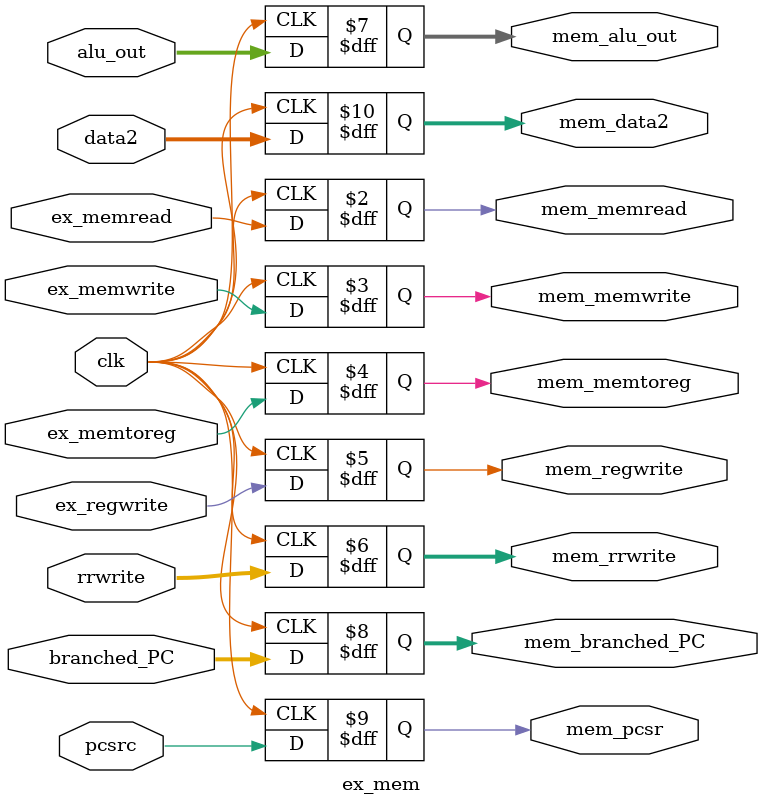
<source format=v>
`timescale 1ns / 1ps


module ex_mem( input clk,input ex_memread, input ex_memwrite, input ex_memtoreg, input ex_regwrite, input [4:0] rrwrite,
input [31:0] alu_out, input [31:0] branched_PC, input pcsrc,
input [31:0] data2,
output reg mem_memread, output reg mem_memwrite, output reg mem_memtoreg, output reg mem_regwrite, output reg [4:0] mem_rrwrite,
output reg [31:0] mem_alu_out, output reg [31:0] mem_branched_PC, output reg mem_pcsr, 
output reg [31:0] mem_data2
);

always @(posedge clk)
begin
    mem_memread <= ex_memread;
    mem_memwrite <= ex_memwrite;
    mem_memtoreg <= ex_memtoreg;
    mem_regwrite <= ex_regwrite;
    mem_rrwrite  <= rrwrite;
    mem_alu_out  <= alu_out;
    mem_branched_PC <= branched_PC;
    mem_pcsr <= pcsrc;
    mem_data2 <= data2;
end
endmodule

</source>
